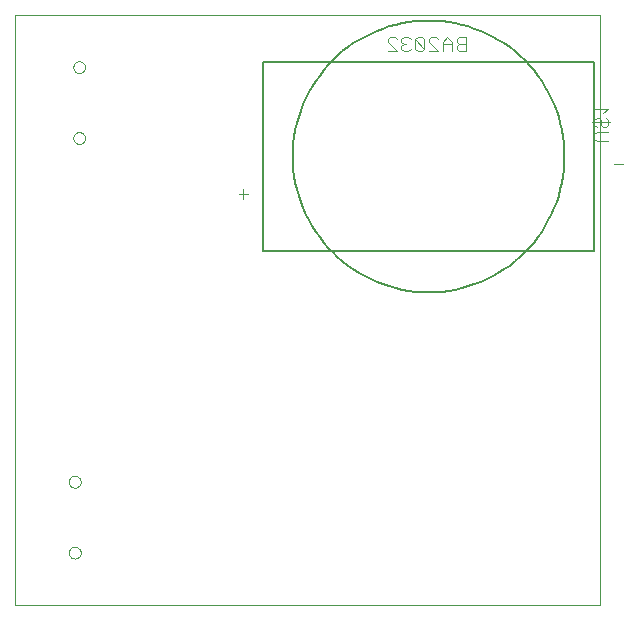
<source format=gbo>
G75*
G70*
%OFA0B0*%
%FSLAX24Y24*%
%IPPOS*%
%LPD*%
%AMOC8*
5,1,8,0,0,1.08239X$1,22.5*
%
%ADD10C,0.0000*%
%ADD11C,0.0050*%
%ADD12C,0.0040*%
D10*
X000253Y000145D02*
X000253Y019830D01*
X019742Y019830D01*
X019742Y000145D01*
X000253Y000145D01*
X002041Y001897D02*
X002043Y001924D01*
X002049Y001951D01*
X002058Y001977D01*
X002071Y002001D01*
X002087Y002024D01*
X002106Y002043D01*
X002128Y002060D01*
X002152Y002074D01*
X002177Y002084D01*
X002204Y002091D01*
X002231Y002094D01*
X002259Y002093D01*
X002286Y002088D01*
X002312Y002080D01*
X002336Y002068D01*
X002359Y002052D01*
X002380Y002034D01*
X002397Y002013D01*
X002412Y001989D01*
X002423Y001964D01*
X002431Y001938D01*
X002435Y001911D01*
X002435Y001883D01*
X002431Y001856D01*
X002423Y001830D01*
X002412Y001805D01*
X002397Y001781D01*
X002380Y001760D01*
X002359Y001742D01*
X002337Y001726D01*
X002312Y001714D01*
X002286Y001706D01*
X002259Y001701D01*
X002231Y001700D01*
X002204Y001703D01*
X002177Y001710D01*
X002152Y001720D01*
X002128Y001734D01*
X002106Y001751D01*
X002087Y001770D01*
X002071Y001793D01*
X002058Y001817D01*
X002049Y001843D01*
X002043Y001870D01*
X002041Y001897D01*
X002041Y004259D02*
X002043Y004286D01*
X002049Y004313D01*
X002058Y004339D01*
X002071Y004363D01*
X002087Y004386D01*
X002106Y004405D01*
X002128Y004422D01*
X002152Y004436D01*
X002177Y004446D01*
X002204Y004453D01*
X002231Y004456D01*
X002259Y004455D01*
X002286Y004450D01*
X002312Y004442D01*
X002336Y004430D01*
X002359Y004414D01*
X002380Y004396D01*
X002397Y004375D01*
X002412Y004351D01*
X002423Y004326D01*
X002431Y004300D01*
X002435Y004273D01*
X002435Y004245D01*
X002431Y004218D01*
X002423Y004192D01*
X002412Y004167D01*
X002397Y004143D01*
X002380Y004122D01*
X002359Y004104D01*
X002337Y004088D01*
X002312Y004076D01*
X002286Y004068D01*
X002259Y004063D01*
X002231Y004062D01*
X002204Y004065D01*
X002177Y004072D01*
X002152Y004082D01*
X002128Y004096D01*
X002106Y004113D01*
X002087Y004132D01*
X002071Y004155D01*
X002058Y004179D01*
X002049Y004205D01*
X002043Y004232D01*
X002041Y004259D01*
X002190Y015716D02*
X002192Y015743D01*
X002198Y015770D01*
X002207Y015796D01*
X002220Y015820D01*
X002236Y015843D01*
X002255Y015862D01*
X002277Y015879D01*
X002301Y015893D01*
X002326Y015903D01*
X002353Y015910D01*
X002380Y015913D01*
X002408Y015912D01*
X002435Y015907D01*
X002461Y015899D01*
X002485Y015887D01*
X002508Y015871D01*
X002529Y015853D01*
X002546Y015832D01*
X002561Y015808D01*
X002572Y015783D01*
X002580Y015757D01*
X002584Y015730D01*
X002584Y015702D01*
X002580Y015675D01*
X002572Y015649D01*
X002561Y015624D01*
X002546Y015600D01*
X002529Y015579D01*
X002508Y015561D01*
X002486Y015545D01*
X002461Y015533D01*
X002435Y015525D01*
X002408Y015520D01*
X002380Y015519D01*
X002353Y015522D01*
X002326Y015529D01*
X002301Y015539D01*
X002277Y015553D01*
X002255Y015570D01*
X002236Y015589D01*
X002220Y015612D01*
X002207Y015636D01*
X002198Y015662D01*
X002192Y015689D01*
X002190Y015716D01*
X002190Y018078D02*
X002192Y018105D01*
X002198Y018132D01*
X002207Y018158D01*
X002220Y018182D01*
X002236Y018205D01*
X002255Y018224D01*
X002277Y018241D01*
X002301Y018255D01*
X002326Y018265D01*
X002353Y018272D01*
X002380Y018275D01*
X002408Y018274D01*
X002435Y018269D01*
X002461Y018261D01*
X002485Y018249D01*
X002508Y018233D01*
X002529Y018215D01*
X002546Y018194D01*
X002561Y018170D01*
X002572Y018145D01*
X002580Y018119D01*
X002584Y018092D01*
X002584Y018064D01*
X002580Y018037D01*
X002572Y018011D01*
X002561Y017986D01*
X002546Y017962D01*
X002529Y017941D01*
X002508Y017923D01*
X002486Y017907D01*
X002461Y017895D01*
X002435Y017887D01*
X002408Y017882D01*
X002380Y017881D01*
X002353Y017884D01*
X002326Y017891D01*
X002301Y017901D01*
X002277Y017915D01*
X002255Y017932D01*
X002236Y017951D01*
X002220Y017974D01*
X002207Y017998D01*
X002198Y018024D01*
X002192Y018051D01*
X002190Y018078D01*
D11*
X008521Y018255D02*
X008521Y011956D01*
X019545Y011956D01*
X019545Y018255D01*
X008521Y018255D01*
X009505Y015105D02*
X009510Y015327D01*
X009527Y015549D01*
X009554Y015769D01*
X009592Y015988D01*
X009641Y016205D01*
X009700Y016419D01*
X009770Y016630D01*
X009850Y016838D01*
X009940Y017041D01*
X010040Y017239D01*
X010149Y017433D01*
X010268Y017621D01*
X010396Y017802D01*
X010533Y017978D01*
X010678Y018146D01*
X010831Y018307D01*
X010992Y018460D01*
X011160Y018605D01*
X011336Y018742D01*
X011517Y018870D01*
X011705Y018989D01*
X011899Y019098D01*
X012097Y019198D01*
X012300Y019288D01*
X012508Y019368D01*
X012719Y019438D01*
X012933Y019497D01*
X013150Y019546D01*
X013369Y019584D01*
X013589Y019611D01*
X013811Y019628D01*
X014033Y019633D01*
X014255Y019628D01*
X014477Y019611D01*
X014697Y019584D01*
X014916Y019546D01*
X015133Y019497D01*
X015347Y019438D01*
X015558Y019368D01*
X015766Y019288D01*
X015969Y019198D01*
X016167Y019098D01*
X016361Y018989D01*
X016549Y018870D01*
X016730Y018742D01*
X016906Y018605D01*
X017074Y018460D01*
X017235Y018307D01*
X017388Y018146D01*
X017533Y017978D01*
X017670Y017802D01*
X017798Y017621D01*
X017917Y017433D01*
X018026Y017239D01*
X018126Y017041D01*
X018216Y016838D01*
X018296Y016630D01*
X018366Y016419D01*
X018425Y016205D01*
X018474Y015988D01*
X018512Y015769D01*
X018539Y015549D01*
X018556Y015327D01*
X018561Y015105D01*
X018556Y014883D01*
X018539Y014661D01*
X018512Y014441D01*
X018474Y014222D01*
X018425Y014005D01*
X018366Y013791D01*
X018296Y013580D01*
X018216Y013372D01*
X018126Y013169D01*
X018026Y012971D01*
X017917Y012777D01*
X017798Y012589D01*
X017670Y012408D01*
X017533Y012232D01*
X017388Y012064D01*
X017235Y011903D01*
X017074Y011750D01*
X016906Y011605D01*
X016730Y011468D01*
X016549Y011340D01*
X016361Y011221D01*
X016167Y011112D01*
X015969Y011012D01*
X015766Y010922D01*
X015558Y010842D01*
X015347Y010772D01*
X015133Y010713D01*
X014916Y010664D01*
X014697Y010626D01*
X014477Y010599D01*
X014255Y010582D01*
X014033Y010577D01*
X013811Y010582D01*
X013589Y010599D01*
X013369Y010626D01*
X013150Y010664D01*
X012933Y010713D01*
X012719Y010772D01*
X012508Y010842D01*
X012300Y010922D01*
X012097Y011012D01*
X011899Y011112D01*
X011705Y011221D01*
X011517Y011340D01*
X011336Y011468D01*
X011160Y011605D01*
X010992Y011750D01*
X010831Y011903D01*
X010678Y012064D01*
X010533Y012232D01*
X010396Y012408D01*
X010268Y012589D01*
X010149Y012777D01*
X010040Y012971D01*
X009940Y013169D01*
X009850Y013372D01*
X009770Y013580D01*
X009700Y013791D01*
X009641Y014005D01*
X009592Y014222D01*
X009554Y014441D01*
X009527Y014661D01*
X009510Y014883D01*
X009505Y015105D01*
D12*
X008013Y013856D02*
X007706Y013856D01*
X007859Y014009D02*
X007859Y013702D01*
X012666Y018625D02*
X012973Y018625D01*
X012666Y018932D01*
X012666Y019009D01*
X012743Y019086D01*
X012897Y019086D01*
X012973Y019009D01*
X013127Y019009D02*
X013203Y019086D01*
X013357Y019086D01*
X013434Y019009D01*
X013587Y019009D02*
X013587Y018702D01*
X013664Y018625D01*
X013817Y018625D01*
X013894Y018702D01*
X013587Y019009D01*
X013664Y019086D01*
X013817Y019086D01*
X013894Y019009D01*
X013894Y018702D01*
X014048Y018625D02*
X014354Y018625D01*
X014048Y018932D01*
X014048Y019009D01*
X014124Y019086D01*
X014278Y019086D01*
X014354Y019009D01*
X014508Y018932D02*
X014508Y018625D01*
X014508Y018856D02*
X014815Y018856D01*
X014815Y018932D02*
X014661Y019086D01*
X014508Y018932D01*
X014815Y018932D02*
X014815Y018625D01*
X014968Y018702D02*
X015045Y018625D01*
X015275Y018625D01*
X015275Y019086D01*
X015045Y019086D01*
X014968Y019009D01*
X014968Y018932D01*
X015045Y018856D01*
X015275Y018856D01*
X015045Y018856D02*
X014968Y018779D01*
X014968Y018702D01*
X013434Y018702D02*
X013357Y018625D01*
X013203Y018625D01*
X013127Y018702D01*
X013127Y018779D01*
X013203Y018856D01*
X013280Y018856D01*
X013203Y018856D02*
X013127Y018932D01*
X013127Y019009D01*
X019553Y016853D02*
X019553Y016546D01*
X019553Y016700D02*
X020013Y016700D01*
X019860Y016546D01*
X019937Y016393D02*
X020013Y016316D01*
X020013Y016162D01*
X019937Y016086D01*
X019860Y016086D01*
X019783Y016162D01*
X019783Y016316D01*
X019706Y016393D01*
X019630Y016393D01*
X019553Y016316D01*
X019553Y016162D01*
X019630Y016086D01*
X019630Y015932D02*
X019553Y015856D01*
X019553Y015702D01*
X019630Y015625D01*
X020013Y015625D01*
X020013Y015932D02*
X019630Y015932D01*
X019476Y016239D02*
X020090Y016239D01*
X020206Y014856D02*
X020513Y014856D01*
M02*

</source>
